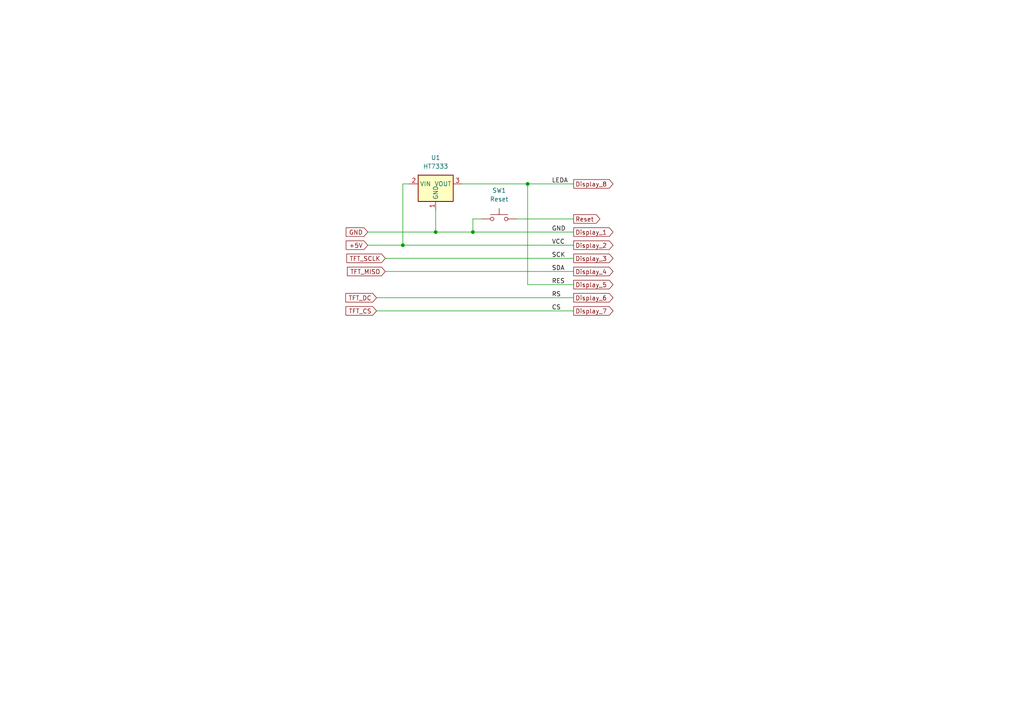
<source format=kicad_sch>
(kicad_sch (version 20230121) (generator eeschema)
  (paper "A4")
  (lib_symbols
    (symbol "Regulator_Linear:HT75xx-1-SOT89"
      (property "Reference" "U" (at -5.08 -3.81 0))
      (property "Value" "HT75xx-1-SOT89" (at 0 6.35 0))
      (symbol "HT75xx-1-SOT89_0_1"
        (rectangle (start -5.08 5.08) (end 5.08 -2.54) (stroke (width 0.254)) (fill (type background)))
      )
      (symbol "HT75xx-1-SOT89_1_1"
        (pin power_in line (at 0 -5.08 90) (length 2.54) (name "GND") (number "1"))
        (pin power_in line (at -7.62 2.54 0) (length 2.54) (name "VIN") (number "2"))
        (pin power_out line (at 7.62 2.54 180) (length 2.54) (name "VOUT") (number "3"))
      )
    )
    (symbol "Switch:SW_Push" (pin_numbers hide) (pin_names (offset 1.016) hide)
      (property "Reference" "SW" (at 1.27 2.54 0))
      (property "Value" "SW_Push" (at 0 -1.524 0))
      (symbol "SW_Push_0_1"
        (circle (center -2.032 0) (radius 0.508))
        (polyline (pts (xy 0 1.27) (xy 0 3.048)))
        (polyline (pts (xy 2.54 1.27) (xy -2.54 1.27)))
        (circle (center 2.032 0) (radius 0.508))
        (pin passive line (at -5.08 0 0) (length 2.54) (name "1") (number "1"))
        (pin passive line (at 5.08 0 180) (length 2.54) (name "2") (number "2"))
      )
    )
  )
  (junction (at 153.035 53.34))
  (junction (at 126.365 67.31))
  (junction (at 116.84 71.12))
  (junction (at 137.16 67.31))
  (wire (pts (xy 118.745 53.34) (xy 116.84 53.34)))
  (wire (pts (xy 137.16 63.5) (xy 137.16 67.31)))
  (wire (pts (xy 109.22 86.36) (xy 166.37 86.36)))
  (wire (pts (xy 109.22 90.17) (xy 166.37 90.17)))
  (wire (pts (xy 153.035 82.55) (xy 166.37 82.55)))
  (wire (pts (xy 153.035 53.34) (xy 166.37 53.34)))
  (wire (pts (xy 106.68 67.31) (xy 126.365 67.31)))
  (wire (pts (xy 116.84 71.12) (xy 166.37 71.12)))
  (wire (pts (xy 126.365 67.31) (xy 137.16 67.31)))
  (wire (pts (xy 126.365 60.96) (xy 126.365 67.31)))
  (wire (pts (xy 137.16 67.31) (xy 166.37 67.31)))
  (wire (pts (xy 116.84 53.34) (xy 116.84 71.12)))
  (wire (pts (xy 106.68 71.12) (xy 116.84 71.12)))
  (wire (pts (xy 111.76 78.74) (xy 166.37 78.74)))
  (wire (pts (xy 139.7 63.5) (xy 137.16 63.5)))
  (wire (pts (xy 111.76 74.93) (xy 166.37 74.93)))
  (wire (pts (xy 153.035 53.34) (xy 153.035 82.55)))
  (wire (pts (xy 166.37 63.5) (xy 149.86 63.5)))
  (wire (pts (xy 133.985 53.34) (xy 153.035 53.34)))
  (label "RES" (at 160.02 82.55 0))
  (label "SDA" (at 160.02 78.74 0))
  (label "LEDA" (at 160.02 53.34 0))
  (label "SCK" (at 160.02 74.93 0))
  (label "VCC" (at 160.02 71.12 0))
  (label "RS" (at 160.02 86.36 0))
  (label "CS" (at 160.02 90.17 0))
  (label "GND" (at 160.02 67.31 0))
  (global_label "Display_4" (shape output) (at 166.37 78.74 0) (property "Intersheetrefs" "${INTERSHEET_REFS}" (effects hide)))
  (global_label "TFT_MISO" (shape input) (at 111.76 78.74 180) (property "Intersheetrefs" "${INTERSHEET_REFS}" (effects hide)))
  (global_label "TFT_SCLK" (shape input) (at 111.76 74.93 180) (property "Intersheetrefs" "${INTERSHEET_REFS}" (effects hide)))
  (global_label "TFT_CS" (shape input) (at 109.22 90.17 180) (property "Intersheetrefs" "${INTERSHEET_REFS}" (effects hide)))
  (global_label "Display_8" (shape output) (at 166.37 53.34 0) (property "Intersheetrefs" "${INTERSHEET_REFS}" (effects hide)))
  (global_label "Display_7" (shape output) (at 166.37 90.17 0) (property "Intersheetrefs" "${INTERSHEET_REFS}" (effects hide)))
  (global_label "Display_3" (shape output) (at 166.37 74.93 0) (property "Intersheetrefs" "${INTERSHEET_REFS}" (effects hide)))
  (global_label "Display_2" (shape output) (at 166.37 71.12 0) (property "Intersheetrefs" "${INTERSHEET_REFS}" (effects hide)))
  (global_label "GND" (shape input) (at 106.68 67.31 180) (property "Intersheetrefs" "${INTERSHEET_REFS}" (effects hide)))
  (global_label "Display_1" (shape output) (at 166.37 67.31 0) (property "Intersheetrefs" "${INTERSHEET_REFS}" (effects hide)))
  (global_label "Reset" (shape output) (at 166.37 63.5 0) (property "Intersheetrefs" "${INTERSHEET_REFS}" (effects hide)))
  (global_label "Display_6" (shape output) (at 166.37 86.36 0) (property "Intersheetrefs" "${INTERSHEET_REFS}" (effects hide)))
  (global_label "TFT_DC" (shape input) (at 109.22 86.36 180) (property "Intersheetrefs" "${INTERSHEET_REFS}" (effects hide)))
  (global_label "Display_5" (shape output) (at 166.37 82.55 0) (property "Intersheetrefs" "${INTERSHEET_REFS}" (effects hide)))
  (global_label "+5V" (shape input) (at 106.68 71.12 180) (property "Intersheetrefs" "${INTERSHEET_REFS}" (effects hide)))
  (symbol (lib_id "Regulator_Linear:HT75xx-1-SOT89") (at 126.365 55.88 0) (unit 1)
    (property "Reference" "U1" (at 126.365 45.72 0))
    (property "Value" "HT7333" (at 126.365 48.26 0))
    (property "Footprint" "Package_TO_SOT_SMD:SOT-89-3" (effects hide))
    (property "Datasheet" "https://www.holtek.com/documents/10179/116711/HT75xx-1v250.pdf" (effects hide))
  )
  (symbol (lib_id "Switch:SW_Push") (at 144.78 63.5 0) (unit 1)
    (property "Reference" "SW1" (at 144.78 55.245 0))
    (property "Value" "Reset" (at 144.78 57.785 0))
  )
)
</source>
